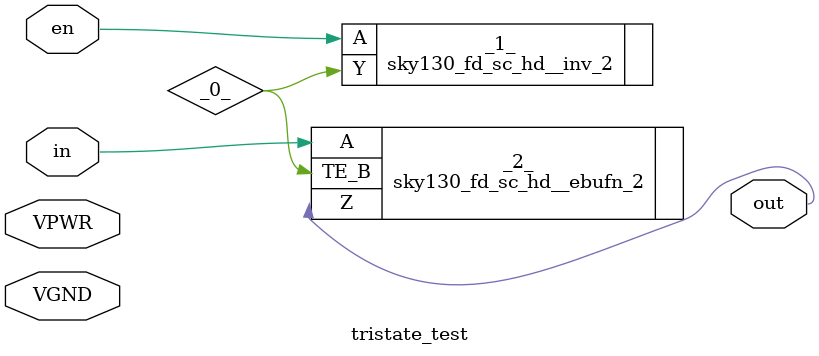
<source format=v>
module tristate_test (en,
    in,
    out,
    VPWR,
    VGND);
 input en;
 input in;
 output out;
 inout VPWR;
 inout VGND;

 wire _0_;

 sky130_fd_sc_hd__inv_2 _1_ (.A(en),
    .Y(_0_));
 sky130_fd_sc_hd__ebufn_2 _2_ (.A(in),
    .TE_B(_0_),
    .Z(out));
 sky130_fd_sc_hd__decap_3 PHY_EDGE_ROW_0_Right_0 ();
 sky130_fd_sc_hd__decap_3 PHY_EDGE_ROW_1_Right_1 ();
 sky130_fd_sc_hd__decap_3 PHY_EDGE_ROW_2_Right_2 ();
 sky130_fd_sc_hd__decap_3 PHY_EDGE_ROW_3_Right_3 ();
 sky130_fd_sc_hd__decap_3 PHY_EDGE_ROW_4_Right_4 ();
 sky130_fd_sc_hd__decap_3 PHY_EDGE_ROW_5_Right_5 ();
 sky130_fd_sc_hd__decap_3 PHY_EDGE_ROW_6_Right_6 ();
 sky130_fd_sc_hd__decap_3 PHY_EDGE_ROW_7_Right_7 ();
 sky130_fd_sc_hd__decap_3 PHY_EDGE_ROW_8_Right_8 ();
 sky130_fd_sc_hd__decap_3 PHY_EDGE_ROW_9_Right_9 ();
 sky130_fd_sc_hd__decap_3 PHY_EDGE_ROW_10_Right_10 ();
 sky130_fd_sc_hd__decap_3 PHY_EDGE_ROW_11_Right_11 ();
 sky130_fd_sc_hd__decap_3 PHY_EDGE_ROW_12_Right_12 ();
 sky130_fd_sc_hd__decap_3 PHY_EDGE_ROW_0_Left_13 ();
 sky130_fd_sc_hd__decap_3 PHY_EDGE_ROW_1_Left_14 ();
 sky130_fd_sc_hd__decap_3 PHY_EDGE_ROW_2_Left_15 ();
 sky130_fd_sc_hd__decap_3 PHY_EDGE_ROW_3_Left_16 ();
 sky130_fd_sc_hd__decap_3 PHY_EDGE_ROW_4_Left_17 ();
 sky130_fd_sc_hd__decap_3 PHY_EDGE_ROW_5_Left_18 ();
 sky130_fd_sc_hd__decap_3 PHY_EDGE_ROW_6_Left_19 ();
 sky130_fd_sc_hd__decap_3 PHY_EDGE_ROW_7_Left_20 ();
 sky130_fd_sc_hd__decap_3 PHY_EDGE_ROW_8_Left_21 ();
 sky130_fd_sc_hd__decap_3 PHY_EDGE_ROW_9_Left_22 ();
 sky130_fd_sc_hd__decap_3 PHY_EDGE_ROW_10_Left_23 ();
 sky130_fd_sc_hd__decap_3 PHY_EDGE_ROW_11_Left_24 ();
 sky130_fd_sc_hd__decap_3 PHY_EDGE_ROW_12_Left_25 ();
 sky130_fd_sc_hd__tapvpwrvgnd_1 TAP_TAPCELL_ROW_0_26 ();
 sky130_fd_sc_hd__tapvpwrvgnd_1 TAP_TAPCELL_ROW_0_27 ();
 sky130_fd_sc_hd__tapvpwrvgnd_1 TAP_TAPCELL_ROW_1_28 ();
 sky130_fd_sc_hd__tapvpwrvgnd_1 TAP_TAPCELL_ROW_2_29 ();
 sky130_fd_sc_hd__tapvpwrvgnd_1 TAP_TAPCELL_ROW_3_30 ();
 sky130_fd_sc_hd__tapvpwrvgnd_1 TAP_TAPCELL_ROW_4_31 ();
 sky130_fd_sc_hd__tapvpwrvgnd_1 TAP_TAPCELL_ROW_5_32 ();
 sky130_fd_sc_hd__tapvpwrvgnd_1 TAP_TAPCELL_ROW_6_33 ();
 sky130_fd_sc_hd__tapvpwrvgnd_1 TAP_TAPCELL_ROW_7_34 ();
 sky130_fd_sc_hd__tapvpwrvgnd_1 TAP_TAPCELL_ROW_8_35 ();
 sky130_fd_sc_hd__tapvpwrvgnd_1 TAP_TAPCELL_ROW_9_36 ();
 sky130_fd_sc_hd__tapvpwrvgnd_1 TAP_TAPCELL_ROW_10_37 ();
 sky130_fd_sc_hd__tapvpwrvgnd_1 TAP_TAPCELL_ROW_11_38 ();
 sky130_fd_sc_hd__tapvpwrvgnd_1 TAP_TAPCELL_ROW_12_39 ();
 sky130_fd_sc_hd__tapvpwrvgnd_1 TAP_TAPCELL_ROW_12_40 ();
endmodule

</source>
